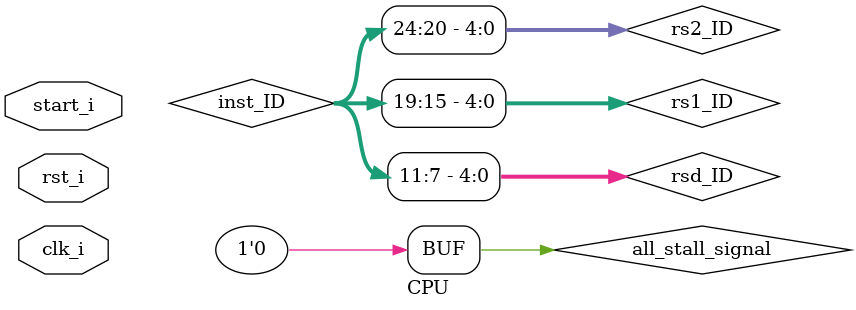
<source format=v>
module CPU
(
    clk_i, 
    rst_i,
    start_i
);

// Ports
input               clk_i;
input               rst_i;
input               start_i;

wire[31:0]inst_addr;
wire[31:0]next_inst_addr;
wire PC_Mux_select;
wire IF_stall_signal,IF_flush_signal;
wire ID_beq_result;
wire[31:0]pc_input;
wire[11:0]immgen_12bit_ID;
wire[2:0]alu_control_EX;
wire[1:0]alu_op_EX;
wire alu_src_EX;

wire[31:0]inst_IF,inst_ID,inst_EX;
wire[31:0]pc_ID;
wire[31:0]rs1_data_ID,rs1_data_EX;
wire[31:0]rs2_data_ID,rs2_data_EX,rs2_data_MEM;
wire[31:0]imm_ID,imm_EX,imm_shifted_ID;
wire[31:0]alu_result_EX,alu_result_MEM,alu_result_WB;
wire[4:0]rs1_ID,rs1_EX;
wire[4:0]rs2_ID,rs2_EX,rs2_MEM;
wire[4:0]rsd_ID,rsd_EX,rsd_MEM,rsd_WB;
wire[2:0]opcode_ID,opcode_EX,opcode_MEM,opcode_WB;
wire valid_ID,valid_EX,valid_MEM,valid_WB;
wire[31:0]memory_data_MEM,memory_data_WB;
wire[31:0]add_result_Ah_Jia;
wire reg_src_WB;//0:alu, 1:memory
wire[31:0]register_input_WB;
wire pc_write;
wire Hazard_Detect_Valid,Control_Valid;
wire Control_IF_flush_signal,Hazard_IF_flush_signal;
wire all_stall_signal;
assign all_stall_signal=1'b0;

assign valid_ID=Hazard_Detect_Valid&Control_Valid;
assign pc_write=~IF_stall_signal&&~all_stall_signal;
assign IF_flush_signal=Control_IF_flush_signal;
assign IF_stall_signal=Hazard_IF_flush_signal;
assign reg_src_WB=(opcode_WB==3'b011||opcode_WB==3'b001)? 1'b0:
				  (opcode_WB==3'b000)? 1'b1:
				  1'bX;

Control Control(
	.inst       (inst_ID),
	.Beq        (ID_beq_result),
	.flush_op   (Control_IF_flush_signal),
	.Opcode     (opcode_ID),
	.Valid      (Control_Valid),
	.PC_MUX_op   (PC_Mux_select)
);

Hazard_Detect Hazard_Detect(
	.valid_i(valid_EX),
	.ID_EX_M	(opcode_EX),
	.reg1_addr	(inst_ID[19:15]),
	.reg2_addr	(inst_ID[24:20]),
	.regd_addr	(rsd_EX),
	.IF_Op	(Hazard_IF_flush_signal),
	.Valid	(Hazard_Detect_Valid)
);

Buf_IF_ID Buffer_IF_ID(
	.clk_i(clk_i),
	.rst_i(rst_i),
	.pc_i(inst_addr),
	.inst_i(inst_IF),
	.IF_stall_i(IF_stall_signal||all_stall_signal),
	.IF_flush_i(IF_flush_signal),
	.pc_o(pc_ID),
	.inst_o(inst_ID)
);

wire[31:0]rs1_data_raw_EX,rs2_data_raw_EX;

Buf_ID_EX Buffer_ID_EX(
	.clk_i(clk_i),
	.rst_i(rst_i),
	.all_stall_i(all_stall_signal),
	.inst_i(inst_ID),
	.rs1_data_i(rs1_data_ID),
	.rs2_data_i(rs2_data_ID),
	.imm_i(imm_ID),
	.rs1_i(rs1_ID),
	.rs2_i(rs2_ID),
	.rsd_i(rsd_ID),
	.Op_i(opcode_ID),
	.valid_i(valid_ID),
	.inst_o(inst_EX),
	.rs1_data_o(rs1_data_raw_EX),
	.rs2_data_o(rs2_data_raw_EX),
	.imm_o(imm_EX),
	.rs1_o(rs1_EX),
	.rs2_o(rs2_EX),
	.rsd_o(rsd_EX),
	.Op_o(opcode_EX),
	.valid_o(valid_EX)
);

Buf_EX_MEM Buffer_EX_MEM(
	.clk_i(clk_i),
	.rst_i(rst_i),
	.all_stall_i(all_stall_signal),
	.alu_result_i(alu_result_EX),
	.rs2_data_i(rs2_data_EX),
	.rs2_i(rs2_EX),
	.rsd_i(rsd_EX),
	.Op_i(opcode_EX),
	.valid_i(valid_EX),
	.alu_result_o(alu_result_MEM),
	.rs2_data_o(rs2_data_MEM),
	.rs2_o(rs2_MEM),
	.rsd_o(rsd_MEM),
	.Op_o(opcode_MEM),
	.valid_o(valid_MEM)
);

Buf_MEM_WB Buffer_MEM_WB(
	.clk_i(clk_i),
	.rst_i(rst_i),
	.all_stall_i(all_stall_signal),
	.alu_result_i(alu_result_MEM),
	.memory_data_i(memory_data_MEM),
	.rsd_i(rsd_MEM),
	.Op_i(opcode_MEM),
	.valid_i(valid_MEM),
	.alu_result_o(alu_result_WB),
	.memory_data_o(memory_data_WB),
	.rsd_o(rsd_WB),
	.Op_o(opcode_WB),
	.valid_o(valid_WB)
);

Beq ID_Beq(
	.data1_i(rs1_data_ID),
	.data2_i(rs2_data_ID),
	.Beq_Op(opcode_ID==3'b110 ? 1'b1:1'b0),
	.Beq(ID_beq_result)
);

Shift_Left Imm_Shift_Left(
	.data_in(imm_ID),
	.data_o(imm_shifted_ID)
);

Adder Add_Ah_Jia(//our 阿加 <3
	.data1_in(pc_ID),
	.data2_in(imm_shifted_ID),
	.data_o(add_result_Ah_Jia)
);

Adder Add_PC(
    .data1_in   (inst_addr),
    .data2_in   (32'd4),
    .data_o     (next_inst_addr)
);


PC PC
(
	.clk_i(clk_i),
	.rst_i(rst_i),
	.start_i(start_i),
	.stall_i(1'b0),
	.pcEnable_i(pc_write),
    .pc_i       (pc_input),
    .pc_o       (inst_addr)
);

MUX32 PC_Mux(
	.data1_i(next_inst_addr),
	.data2_i(add_result_Ah_Jia),
	.select_i(PC_Mux_select),
	.data_o(pc_input)
);

Instruction_Memory Instruction_Memory(
    .addr_i     (inst_addr), 
    .instr_o    (inst_IF)
);

Data_Memory Data_Memory(
	.clk_i(clk_i),
	.addr_i(alu_result_MEM),
	.data_i(rs2_data_MEM),
	.mem_write_i((valid_MEM&&opcode_MEM==3'b010)? 1'b1:1'b0),
	.data_o(memory_data_MEM)
);

MUX32 RegWriteSrc_Mux(
	.data1_i(alu_result_WB),
	.data2_i(memory_data_WB),
	.select_i(reg_src_WB),
	.data_o(register_input_WB)
);

wire regwrite_MEM,regwrite_WB;
assign regwrite_MEM=valid_MEM&&
					(opcode_MEM==3'b011||
					 opcode_MEM==3'b001||
					 opcode_MEM==3'b000)? 1'b1:1'b0;
assign regwrite_WB =valid_WB&&
					(opcode_WB==3'b011||
					 opcode_WB==3'b001||
					 opcode_WB==3'b000)? 1'b1:1'b0;

assign rs1_ID=inst_ID[19:15];
assign rs2_ID=inst_ID[24:20];
assign rsd_ID=inst_ID[11:7];

Registers Registers(
    .clk_i      (clk_i),
    .RSaddr_i   (rs1_ID),
    .RTaddr_i   (rs2_ID),
    .RDaddr_i   (rsd_WB), 
    .RDdata_i   (register_input_WB),
    .RegWrite_i (regwrite_WB),
    .RSdata_o   (rs1_data_ID), 
    .RTdata_o   (rs2_data_ID) 
);

ImmGen ID_ImmGen(
	.inst_i(inst_ID),
	.imm_o(immgen_12bit_ID)
);

Sign_Extend Sign_Extend(
    .data_i     (immgen_12bit_ID),
    .data_o     (imm_ID)
);

wire[31:0]alu_data2_EX;
wire[1:0]forward_A,forward_B;

Forwarding_Unit Forwarding_Unit(//TODO
	.Rs1_i(rs1_EX),
	.Rs2_i(rs2_EX),
	.RegWrite_p_i(regwrite_MEM),
	.Rd_p_i(rsd_MEM),
	.RegWrite_pp_i(regwrite_WB),
	.Rd_pp_i(rsd_WB),
	.ForwardA_o(forward_A),
	.ForwardB_o(forward_B)
);

MUX32_3i MUX_ALU_data1(
	.data1_i(rs1_data_raw_EX),
	.data2_i(alu_result_MEM),
	.data3_i(register_input_WB),//might be memory data
	.select_i(forward_A),
	.data_o(rs1_data_EX)
);

MUX32_3i MUX_ALU_data2(
	.data1_i(rs2_data_raw_EX),
	.data2_i(alu_result_MEM),
	.data3_i(register_input_WB),
	.select_i(forward_B),
	.data_o(rs2_data_EX)
);

ALUSrc_Gen EX_ALUSrc_Gen(
	.opcode_i(opcode_EX),
	.ALUSrc_o(alu_src_EX)
);

MUX32 MUX_ALUSrc(
    .data1_i    (rs2_data_EX),
    .data2_i    (imm_EX),
    .select_i   (alu_src_EX),
    .data_o     (alu_data2_EX)
);

ALU ALU(
    .data1_i    (rs1_data_EX),
    .data2_i    (alu_data2_EX),
    .ALUCtrl_i  (alu_control_EX),
    .data_o     (alu_result_EX)
);

ALUOp_Gen EX_ALUOp_Gen(
	.opcode_i(opcode_EX),
	.ALU_Op_o(alu_op_EX)
);

ALU_Control ALU_Control(
    .funct_i    ({{inst_EX[30]},{inst_EX[25]},{inst_EX[14:12]}}),
    .ALUOp_i    (alu_op_EX),
    .ALUCtrl_o  (alu_control_EX)
);


endmodule

</source>
